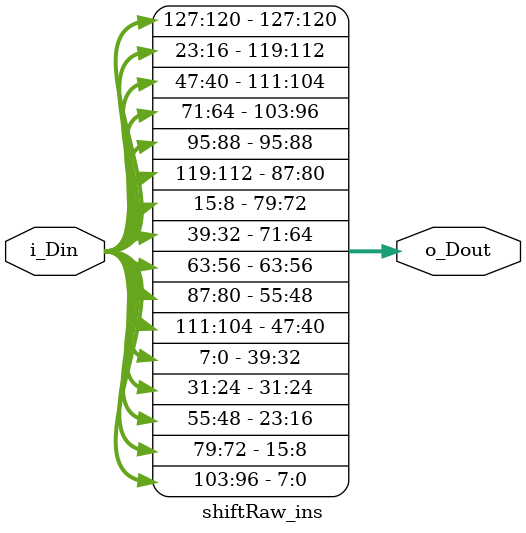
<source format=v>
`timescale 1ns / 1ps


module shiftRaw_ins(
input  [127:0] i_Din, // Data input to be transformed
output [127:0] o_Dout
	);
assign o_Dout[007:000] = i_Din[103:096];
assign o_Dout[015:008] = i_Din[079:072];
assign o_Dout[023:016] = i_Din[055:048];
assign o_Dout[031:024] = i_Din[031:024];
assign o_Dout[039:032] = i_Din[007:000];
assign o_Dout[047:040] = i_Din[111:104];
assign o_Dout[055:048] = i_Din[087:080];
assign o_Dout[063:056] = i_Din[063:056];
assign o_Dout[071:064] = i_Din[039:032];
assign o_Dout[079:072] = i_Din[015:008];
assign o_Dout[087:080] = i_Din[119:112];
assign o_Dout[095:088] = i_Din[095:088];
assign o_Dout[103:096] = i_Din[071:064];
assign o_Dout[111:104] = i_Din[047:040];
assign o_Dout[119:112] = i_Din[023:016];
assign o_Dout[127:120] = i_Din[127:120];
endmodule

</source>
